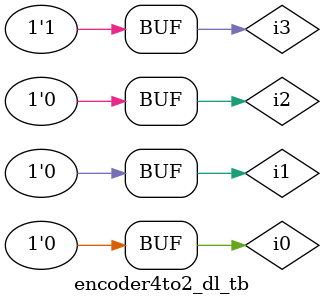
<source format=v>
module encoder4to2_dl(i0,
i1, i2, i3, y0, y1);
input i0, i1, i2, i3;
output y0, y1;
assign y0 = i1|i3;
assign y1 = i2|i3;
endmodule
module encoder4to2_dl_tb;
reg i0, i1, i2, i3;
wire y0, y1;
encoder4to2_dl e1(i0, i1, i2, i3,
y0, y1);
initial
begin
i0=1'b0; i1=1'b0; i2=1'b0;
i3=1'b0;
$monitor("Time:%f, i0=%b i1=%b
i2=%b i3=%b, y0=%b, y1=%b",
$time,i0, i1, i2, i3, y0, y1 );
#5 i0=1'b0; i1=1'b0; i2=1'b0;
i3=1'b0;
#5 i0=1'b1; i1=1'b0; i2=1'b0;
i3=1'b0;
#5 i0=1'b0; i1=1'b1; i2=1'b0;
i3=1'b0;
#5 i0=1'b0; i1=1'b0; i2=1'b1;
i3=1'b0;
#5 i0=1'b0; i1=1'b0; i2=1'b0;
i3=1'b1;
end
endmodule
</source>
